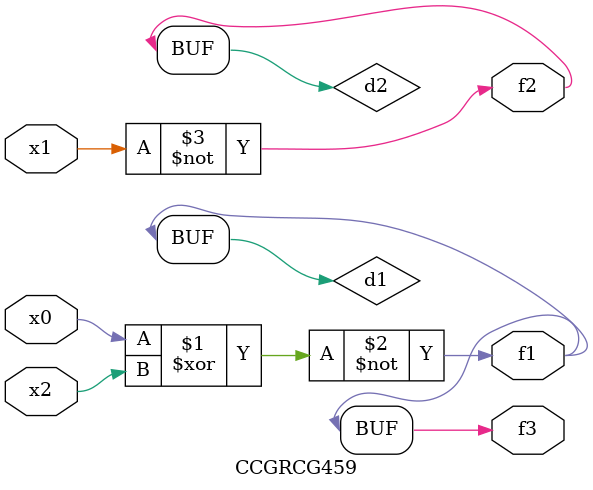
<source format=v>
module CCGRCG459(
	input x0, x1, x2,
	output f1, f2, f3
);

	wire d1, d2, d3;

	xnor (d1, x0, x2);
	nand (d2, x1);
	nor (d3, x1, x2);
	assign f1 = d1;
	assign f2 = d2;
	assign f3 = d1;
endmodule

</source>
